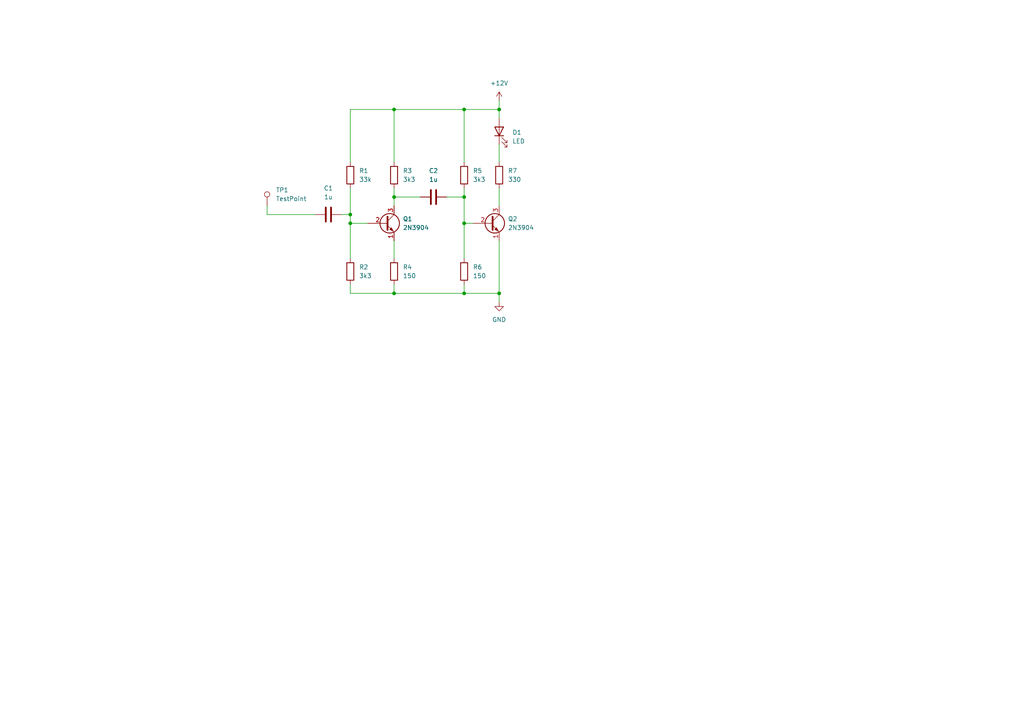
<source format=kicad_sch>
(kicad_sch (version 20230121) (generator eeschema)

  (uuid e848aafe-cb40-4ceb-a417-fb0a7e3e3a4c)

  (paper "A4")

  (lib_symbols
    (symbol "Connector:TestPoint" (pin_numbers hide) (pin_names (offset 0.762) hide) (in_bom yes) (on_board yes)
      (property "Reference" "TP" (at 0 6.858 0)
        (effects (font (size 1.27 1.27)))
      )
      (property "Value" "TestPoint" (at 0 5.08 0)
        (effects (font (size 1.27 1.27)))
      )
      (property "Footprint" "" (at 5.08 0 0)
        (effects (font (size 1.27 1.27)) hide)
      )
      (property "Datasheet" "~" (at 5.08 0 0)
        (effects (font (size 1.27 1.27)) hide)
      )
      (property "ki_keywords" "test point tp" (at 0 0 0)
        (effects (font (size 1.27 1.27)) hide)
      )
      (property "ki_description" "test point" (at 0 0 0)
        (effects (font (size 1.27 1.27)) hide)
      )
      (property "ki_fp_filters" "Pin* Test*" (at 0 0 0)
        (effects (font (size 1.27 1.27)) hide)
      )
      (symbol "TestPoint_0_1"
        (circle (center 0 3.302) (radius 0.762)
          (stroke (width 0) (type default))
          (fill (type none))
        )
      )
      (symbol "TestPoint_1_1"
        (pin passive line (at 0 0 90) (length 2.54)
          (name "1" (effects (font (size 1.27 1.27))))
          (number "1" (effects (font (size 1.27 1.27))))
        )
      )
    )
    (symbol "Device:C" (pin_numbers hide) (pin_names (offset 0.254)) (in_bom yes) (on_board yes)
      (property "Reference" "C" (at 0.635 2.54 0)
        (effects (font (size 1.27 1.27)) (justify left))
      )
      (property "Value" "C" (at 0.635 -2.54 0)
        (effects (font (size 1.27 1.27)) (justify left))
      )
      (property "Footprint" "" (at 0.9652 -3.81 0)
        (effects (font (size 1.27 1.27)) hide)
      )
      (property "Datasheet" "~" (at 0 0 0)
        (effects (font (size 1.27 1.27)) hide)
      )
      (property "ki_keywords" "cap capacitor" (at 0 0 0)
        (effects (font (size 1.27 1.27)) hide)
      )
      (property "ki_description" "Unpolarized capacitor" (at 0 0 0)
        (effects (font (size 1.27 1.27)) hide)
      )
      (property "ki_fp_filters" "C_*" (at 0 0 0)
        (effects (font (size 1.27 1.27)) hide)
      )
      (symbol "C_0_1"
        (polyline
          (pts
            (xy -2.032 -0.762)
            (xy 2.032 -0.762)
          )
          (stroke (width 0.508) (type default))
          (fill (type none))
        )
        (polyline
          (pts
            (xy -2.032 0.762)
            (xy 2.032 0.762)
          )
          (stroke (width 0.508) (type default))
          (fill (type none))
        )
      )
      (symbol "C_1_1"
        (pin passive line (at 0 3.81 270) (length 2.794)
          (name "~" (effects (font (size 1.27 1.27))))
          (number "1" (effects (font (size 1.27 1.27))))
        )
        (pin passive line (at 0 -3.81 90) (length 2.794)
          (name "~" (effects (font (size 1.27 1.27))))
          (number "2" (effects (font (size 1.27 1.27))))
        )
      )
    )
    (symbol "Device:LED" (pin_numbers hide) (pin_names (offset 1.016) hide) (in_bom yes) (on_board yes)
      (property "Reference" "D" (at 0 2.54 0)
        (effects (font (size 1.27 1.27)))
      )
      (property "Value" "LED" (at 0 -2.54 0)
        (effects (font (size 1.27 1.27)))
      )
      (property "Footprint" "" (at 0 0 0)
        (effects (font (size 1.27 1.27)) hide)
      )
      (property "Datasheet" "~" (at 0 0 0)
        (effects (font (size 1.27 1.27)) hide)
      )
      (property "ki_keywords" "LED diode" (at 0 0 0)
        (effects (font (size 1.27 1.27)) hide)
      )
      (property "ki_description" "Light emitting diode" (at 0 0 0)
        (effects (font (size 1.27 1.27)) hide)
      )
      (property "ki_fp_filters" "LED* LED_SMD:* LED_THT:*" (at 0 0 0)
        (effects (font (size 1.27 1.27)) hide)
      )
      (symbol "LED_0_1"
        (polyline
          (pts
            (xy -1.27 -1.27)
            (xy -1.27 1.27)
          )
          (stroke (width 0.254) (type default))
          (fill (type none))
        )
        (polyline
          (pts
            (xy -1.27 0)
            (xy 1.27 0)
          )
          (stroke (width 0) (type default))
          (fill (type none))
        )
        (polyline
          (pts
            (xy 1.27 -1.27)
            (xy 1.27 1.27)
            (xy -1.27 0)
            (xy 1.27 -1.27)
          )
          (stroke (width 0.254) (type default))
          (fill (type none))
        )
        (polyline
          (pts
            (xy -3.048 -0.762)
            (xy -4.572 -2.286)
            (xy -3.81 -2.286)
            (xy -4.572 -2.286)
            (xy -4.572 -1.524)
          )
          (stroke (width 0) (type default))
          (fill (type none))
        )
        (polyline
          (pts
            (xy -1.778 -0.762)
            (xy -3.302 -2.286)
            (xy -2.54 -2.286)
            (xy -3.302 -2.286)
            (xy -3.302 -1.524)
          )
          (stroke (width 0) (type default))
          (fill (type none))
        )
      )
      (symbol "LED_1_1"
        (pin passive line (at -3.81 0 0) (length 2.54)
          (name "K" (effects (font (size 1.27 1.27))))
          (number "1" (effects (font (size 1.27 1.27))))
        )
        (pin passive line (at 3.81 0 180) (length 2.54)
          (name "A" (effects (font (size 1.27 1.27))))
          (number "2" (effects (font (size 1.27 1.27))))
        )
      )
    )
    (symbol "Device:R" (pin_numbers hide) (pin_names (offset 0)) (in_bom yes) (on_board yes)
      (property "Reference" "R" (at 2.032 0 90)
        (effects (font (size 1.27 1.27)))
      )
      (property "Value" "R" (at 0 0 90)
        (effects (font (size 1.27 1.27)))
      )
      (property "Footprint" "" (at -1.778 0 90)
        (effects (font (size 1.27 1.27)) hide)
      )
      (property "Datasheet" "~" (at 0 0 0)
        (effects (font (size 1.27 1.27)) hide)
      )
      (property "ki_keywords" "R res resistor" (at 0 0 0)
        (effects (font (size 1.27 1.27)) hide)
      )
      (property "ki_description" "Resistor" (at 0 0 0)
        (effects (font (size 1.27 1.27)) hide)
      )
      (property "ki_fp_filters" "R_*" (at 0 0 0)
        (effects (font (size 1.27 1.27)) hide)
      )
      (symbol "R_0_1"
        (rectangle (start -1.016 -2.54) (end 1.016 2.54)
          (stroke (width 0.254) (type default))
          (fill (type none))
        )
      )
      (symbol "R_1_1"
        (pin passive line (at 0 3.81 270) (length 1.27)
          (name "~" (effects (font (size 1.27 1.27))))
          (number "1" (effects (font (size 1.27 1.27))))
        )
        (pin passive line (at 0 -3.81 90) (length 1.27)
          (name "~" (effects (font (size 1.27 1.27))))
          (number "2" (effects (font (size 1.27 1.27))))
        )
      )
    )
    (symbol "Transistor_BJT:2N3904" (pin_names (offset 0) hide) (in_bom yes) (on_board yes)
      (property "Reference" "Q" (at 5.08 1.905 0)
        (effects (font (size 1.27 1.27)) (justify left))
      )
      (property "Value" "2N3904" (at 5.08 0 0)
        (effects (font (size 1.27 1.27)) (justify left))
      )
      (property "Footprint" "Package_TO_SOT_THT:TO-92_Inline" (at 5.08 -1.905 0)
        (effects (font (size 1.27 1.27) italic) (justify left) hide)
      )
      (property "Datasheet" "https://www.onsemi.com/pub/Collateral/2N3903-D.PDF" (at 0 0 0)
        (effects (font (size 1.27 1.27)) (justify left) hide)
      )
      (property "ki_keywords" "NPN Transistor" (at 0 0 0)
        (effects (font (size 1.27 1.27)) hide)
      )
      (property "ki_description" "0.2A Ic, 40V Vce, Small Signal NPN Transistor, TO-92" (at 0 0 0)
        (effects (font (size 1.27 1.27)) hide)
      )
      (property "ki_fp_filters" "TO?92*" (at 0 0 0)
        (effects (font (size 1.27 1.27)) hide)
      )
      (symbol "2N3904_0_1"
        (polyline
          (pts
            (xy 0.635 0.635)
            (xy 2.54 2.54)
          )
          (stroke (width 0) (type default))
          (fill (type none))
        )
        (polyline
          (pts
            (xy 0.635 -0.635)
            (xy 2.54 -2.54)
            (xy 2.54 -2.54)
          )
          (stroke (width 0) (type default))
          (fill (type none))
        )
        (polyline
          (pts
            (xy 0.635 1.905)
            (xy 0.635 -1.905)
            (xy 0.635 -1.905)
          )
          (stroke (width 0.508) (type default))
          (fill (type none))
        )
        (polyline
          (pts
            (xy 1.27 -1.778)
            (xy 1.778 -1.27)
            (xy 2.286 -2.286)
            (xy 1.27 -1.778)
            (xy 1.27 -1.778)
          )
          (stroke (width 0) (type default))
          (fill (type outline))
        )
        (circle (center 1.27 0) (radius 2.8194)
          (stroke (width 0.254) (type default))
          (fill (type none))
        )
      )
      (symbol "2N3904_1_1"
        (pin passive line (at 2.54 -5.08 90) (length 2.54)
          (name "E" (effects (font (size 1.27 1.27))))
          (number "1" (effects (font (size 1.27 1.27))))
        )
        (pin passive line (at -5.08 0 0) (length 5.715)
          (name "B" (effects (font (size 1.27 1.27))))
          (number "2" (effects (font (size 1.27 1.27))))
        )
        (pin passive line (at 2.54 5.08 270) (length 2.54)
          (name "C" (effects (font (size 1.27 1.27))))
          (number "3" (effects (font (size 1.27 1.27))))
        )
      )
    )
    (symbol "power:+12V" (power) (pin_names (offset 0)) (in_bom yes) (on_board yes)
      (property "Reference" "#PWR" (at 0 -3.81 0)
        (effects (font (size 1.27 1.27)) hide)
      )
      (property "Value" "+12V" (at 0 3.556 0)
        (effects (font (size 1.27 1.27)))
      )
      (property "Footprint" "" (at 0 0 0)
        (effects (font (size 1.27 1.27)) hide)
      )
      (property "Datasheet" "" (at 0 0 0)
        (effects (font (size 1.27 1.27)) hide)
      )
      (property "ki_keywords" "global power" (at 0 0 0)
        (effects (font (size 1.27 1.27)) hide)
      )
      (property "ki_description" "Power symbol creates a global label with name \"+12V\"" (at 0 0 0)
        (effects (font (size 1.27 1.27)) hide)
      )
      (symbol "+12V_0_1"
        (polyline
          (pts
            (xy -0.762 1.27)
            (xy 0 2.54)
          )
          (stroke (width 0) (type default))
          (fill (type none))
        )
        (polyline
          (pts
            (xy 0 0)
            (xy 0 2.54)
          )
          (stroke (width 0) (type default))
          (fill (type none))
        )
        (polyline
          (pts
            (xy 0 2.54)
            (xy 0.762 1.27)
          )
          (stroke (width 0) (type default))
          (fill (type none))
        )
      )
      (symbol "+12V_1_1"
        (pin power_in line (at 0 0 90) (length 0) hide
          (name "+12V" (effects (font (size 1.27 1.27))))
          (number "1" (effects (font (size 1.27 1.27))))
        )
      )
    )
    (symbol "power:GND" (power) (pin_names (offset 0)) (in_bom yes) (on_board yes)
      (property "Reference" "#PWR" (at 0 -6.35 0)
        (effects (font (size 1.27 1.27)) hide)
      )
      (property "Value" "GND" (at 0 -3.81 0)
        (effects (font (size 1.27 1.27)))
      )
      (property "Footprint" "" (at 0 0 0)
        (effects (font (size 1.27 1.27)) hide)
      )
      (property "Datasheet" "" (at 0 0 0)
        (effects (font (size 1.27 1.27)) hide)
      )
      (property "ki_keywords" "global power" (at 0 0 0)
        (effects (font (size 1.27 1.27)) hide)
      )
      (property "ki_description" "Power symbol creates a global label with name \"GND\" , ground" (at 0 0 0)
        (effects (font (size 1.27 1.27)) hide)
      )
      (symbol "GND_0_1"
        (polyline
          (pts
            (xy 0 0)
            (xy 0 -1.27)
            (xy 1.27 -1.27)
            (xy 0 -2.54)
            (xy -1.27 -1.27)
            (xy 0 -1.27)
          )
          (stroke (width 0) (type default))
          (fill (type none))
        )
      )
      (symbol "GND_1_1"
        (pin power_in line (at 0 0 270) (length 0) hide
          (name "GND" (effects (font (size 1.27 1.27))))
          (number "1" (effects (font (size 1.27 1.27))))
        )
      )
    )
  )

  (junction (at 101.6 62.23) (diameter 0) (color 0 0 0 0)
    (uuid 040ca3c5-b5df-4d54-b25d-a47e83634241)
  )
  (junction (at 114.3 85.09) (diameter 0) (color 0 0 0 0)
    (uuid 0aa94ffc-f1e8-4a11-b716-77cf4c813add)
  )
  (junction (at 144.78 85.09) (diameter 0) (color 0 0 0 0)
    (uuid 298b8892-0d57-4fce-a83e-92d9b11743b0)
  )
  (junction (at 114.3 31.75) (diameter 0) (color 0 0 0 0)
    (uuid 2c5183f0-8346-4696-99b7-2ef65a0b4180)
  )
  (junction (at 144.78 31.75) (diameter 0) (color 0 0 0 0)
    (uuid 376c1216-4457-4346-996a-85223335c069)
  )
  (junction (at 114.3 57.15) (diameter 0) (color 0 0 0 0)
    (uuid 5b4c4fd4-27c6-4c50-8654-8f6648eb6210)
  )
  (junction (at 134.62 85.09) (diameter 0) (color 0 0 0 0)
    (uuid 83b1fabe-e7be-4918-b2b5-01cba78d5439)
  )
  (junction (at 134.62 64.77) (diameter 0) (color 0 0 0 0)
    (uuid b53afc00-0bf4-4c5a-a307-eb7e11fb689b)
  )
  (junction (at 134.62 31.75) (diameter 0) (color 0 0 0 0)
    (uuid bad5b83c-3e37-4df8-8851-2312dbb230f0)
  )
  (junction (at 101.6 64.77) (diameter 0) (color 0 0 0 0)
    (uuid e9097f2d-9b50-4091-acf6-7eae6c22d23b)
  )
  (junction (at 134.62 57.15) (diameter 0) (color 0 0 0 0)
    (uuid fac609d2-529c-47c8-8f16-24275d2638f6)
  )

  (wire (pts (xy 144.78 29.21) (xy 144.78 31.75))
    (stroke (width 0) (type default))
    (uuid 106dc722-fac0-4a64-b3b9-77592e7283e7)
  )
  (wire (pts (xy 144.78 34.29) (xy 144.78 31.75))
    (stroke (width 0) (type default))
    (uuid 10bdb2c8-e6ce-4651-99c4-400280edb2e9)
  )
  (wire (pts (xy 144.78 31.75) (xy 134.62 31.75))
    (stroke (width 0) (type default))
    (uuid 1e733506-9faa-4e0b-b6d9-502421aeb707)
  )
  (wire (pts (xy 114.3 31.75) (xy 101.6 31.75))
    (stroke (width 0) (type default))
    (uuid 27034475-ae1f-4e9d-9464-5c79da1e509b)
  )
  (wire (pts (xy 101.6 64.77) (xy 106.68 64.77))
    (stroke (width 0) (type default))
    (uuid 32144758-6448-40b9-a85b-2f9e12314c57)
  )
  (wire (pts (xy 134.62 85.09) (xy 134.62 82.55))
    (stroke (width 0) (type default))
    (uuid 35299412-9d37-4b26-b6dd-50325f02e705)
  )
  (wire (pts (xy 144.78 85.09) (xy 134.62 85.09))
    (stroke (width 0) (type default))
    (uuid 3cb79148-5e60-4cec-af2f-7aca280c55fd)
  )
  (wire (pts (xy 101.6 62.23) (xy 101.6 64.77))
    (stroke (width 0) (type default))
    (uuid 40f782cc-dc5b-433d-b3b2-9c690cdd31f9)
  )
  (wire (pts (xy 114.3 31.75) (xy 114.3 46.99))
    (stroke (width 0) (type default))
    (uuid 412cdd1f-96f1-44f3-8b9f-2d0d0ec1e8a3)
  )
  (wire (pts (xy 101.6 54.61) (xy 101.6 62.23))
    (stroke (width 0) (type default))
    (uuid 4412dcd7-2570-4963-90e9-2ec525656e12)
  )
  (wire (pts (xy 144.78 54.61) (xy 144.78 59.69))
    (stroke (width 0) (type default))
    (uuid 580f7c6f-0798-45d6-b178-1ba09da5554c)
  )
  (wire (pts (xy 134.62 57.15) (xy 134.62 64.77))
    (stroke (width 0) (type default))
    (uuid 594aca0c-22b1-4934-8b9a-82a4a0ddfd14)
  )
  (wire (pts (xy 101.6 82.55) (xy 101.6 85.09))
    (stroke (width 0) (type default))
    (uuid 5b24a3c4-b36a-48e9-ba60-bc4e47d2c079)
  )
  (wire (pts (xy 144.78 41.91) (xy 144.78 46.99))
    (stroke (width 0) (type default))
    (uuid 6390e353-ebd2-49d5-b9b2-7c5da6538aee)
  )
  (wire (pts (xy 134.62 54.61) (xy 134.62 57.15))
    (stroke (width 0) (type default))
    (uuid 6f8b6048-9ca0-4a34-80f5-0bd21fd988bb)
  )
  (wire (pts (xy 134.62 31.75) (xy 134.62 46.99))
    (stroke (width 0) (type default))
    (uuid 7246cf18-f9d9-492b-85e2-0a71a70c6af3)
  )
  (wire (pts (xy 99.06 62.23) (xy 101.6 62.23))
    (stroke (width 0) (type default))
    (uuid 746768f0-4989-417b-84b1-f8748ea79310)
  )
  (wire (pts (xy 129.54 57.15) (xy 134.62 57.15))
    (stroke (width 0) (type default))
    (uuid 894f5315-e181-48fa-bbe6-9b902da83e37)
  )
  (wire (pts (xy 134.62 31.75) (xy 114.3 31.75))
    (stroke (width 0) (type default))
    (uuid 8a95e260-63c8-4b3d-a30b-e4e9ed0c09a7)
  )
  (wire (pts (xy 144.78 85.09) (xy 144.78 87.63))
    (stroke (width 0) (type default))
    (uuid 8fa2d519-e89c-4438-944a-107aaca1f85b)
  )
  (wire (pts (xy 134.62 64.77) (xy 137.16 64.77))
    (stroke (width 0) (type default))
    (uuid a6e46e2f-ea38-4ceb-852c-ebcc0ef71560)
  )
  (wire (pts (xy 77.47 62.23) (xy 91.44 62.23))
    (stroke (width 0) (type default))
    (uuid ad9c25dc-782f-4368-96c7-feeb3cdf313a)
  )
  (wire (pts (xy 134.62 64.77) (xy 134.62 74.93))
    (stroke (width 0) (type default))
    (uuid b02004f9-4d61-420e-bfc1-6ed1407ab6cc)
  )
  (wire (pts (xy 114.3 57.15) (xy 114.3 59.69))
    (stroke (width 0) (type default))
    (uuid ba35f90f-0ef8-4666-94fb-dc83256fdf03)
  )
  (wire (pts (xy 101.6 64.77) (xy 101.6 74.93))
    (stroke (width 0) (type default))
    (uuid cd0c3d6b-c5d6-4fc0-bd93-79f8f7f6128d)
  )
  (wire (pts (xy 101.6 85.09) (xy 114.3 85.09))
    (stroke (width 0) (type default))
    (uuid cfe28022-56be-4a44-81ee-38928dd7cead)
  )
  (wire (pts (xy 144.78 69.85) (xy 144.78 85.09))
    (stroke (width 0) (type default))
    (uuid d3997ade-5393-4aca-b095-e436bf356007)
  )
  (wire (pts (xy 101.6 31.75) (xy 101.6 46.99))
    (stroke (width 0) (type default))
    (uuid d40d8816-2d54-4fb0-ae77-ba3e18cf6285)
  )
  (wire (pts (xy 77.47 59.69) (xy 77.47 62.23))
    (stroke (width 0) (type default))
    (uuid d77e5565-f7fe-4815-96f4-401cc8a74417)
  )
  (wire (pts (xy 114.3 57.15) (xy 121.92 57.15))
    (stroke (width 0) (type default))
    (uuid dd9ab68c-ce7e-4963-9357-8cf5234d5f52)
  )
  (wire (pts (xy 114.3 85.09) (xy 134.62 85.09))
    (stroke (width 0) (type default))
    (uuid e7dd3748-65ab-4ea2-ac27-425ad43dc6e9)
  )
  (wire (pts (xy 114.3 54.61) (xy 114.3 57.15))
    (stroke (width 0) (type default))
    (uuid e7f49677-e65e-4fb4-9f3e-a96511929368)
  )
  (wire (pts (xy 114.3 82.55) (xy 114.3 85.09))
    (stroke (width 0) (type default))
    (uuid e96c3350-b52b-4e25-ba39-eb696cf0db84)
  )
  (wire (pts (xy 114.3 69.85) (xy 114.3 74.93))
    (stroke (width 0) (type default))
    (uuid ff783271-be0d-42da-b91e-f79892abf148)
  )

  (symbol (lib_id "Device:R") (at 101.6 78.74 0) (unit 1)
    (in_bom yes) (on_board yes) (dnp no) (fields_autoplaced)
    (uuid 0683f082-9383-4c2f-8a0b-11a42d483728)
    (property "Reference" "R2" (at 104.14 77.47 0)
      (effects (font (size 1.27 1.27)) (justify left))
    )
    (property "Value" "3k3" (at 104.14 80.01 0)
      (effects (font (size 1.27 1.27)) (justify left))
    )
    (property "Footprint" "Resistor_THT:R_Axial_DIN0309_L9.0mm_D3.2mm_P12.70mm_Horizontal" (at 99.822 78.74 90)
      (effects (font (size 1.27 1.27)) hide)
    )
    (property "Datasheet" "~" (at 101.6 78.74 0)
      (effects (font (size 1.27 1.27)) hide)
    )
    (pin "2" (uuid c0a977ab-5113-435b-9a70-5c226f9b1477))
    (pin "1" (uuid 5b00ef91-1602-468c-b60f-fca15f796c1f))
    (instances
      (project "hiphopled"
        (path "/e848aafe-cb40-4ceb-a417-fb0a7e3e3a4c"
          (reference "R2") (unit 1)
        )
      )
    )
  )

  (symbol (lib_id "Device:R") (at 134.62 50.8 0) (unit 1)
    (in_bom yes) (on_board yes) (dnp no) (fields_autoplaced)
    (uuid 15f226f5-cec7-4aae-aa27-436023d2b8a5)
    (property "Reference" "R5" (at 137.16 49.53 0)
      (effects (font (size 1.27 1.27)) (justify left))
    )
    (property "Value" "3k3" (at 137.16 52.07 0)
      (effects (font (size 1.27 1.27)) (justify left))
    )
    (property "Footprint" "Resistor_THT:R_Axial_DIN0309_L9.0mm_D3.2mm_P12.70mm_Horizontal" (at 132.842 50.8 90)
      (effects (font (size 1.27 1.27)) hide)
    )
    (property "Datasheet" "~" (at 134.62 50.8 0)
      (effects (font (size 1.27 1.27)) hide)
    )
    (pin "2" (uuid c0a977ab-5113-435b-9a70-5c226f9b1477))
    (pin "1" (uuid 5b00ef91-1602-468c-b60f-fca15f796c1f))
    (instances
      (project "hiphopled"
        (path "/e848aafe-cb40-4ceb-a417-fb0a7e3e3a4c"
          (reference "R5") (unit 1)
        )
      )
    )
  )

  (symbol (lib_id "Device:R") (at 144.78 50.8 0) (unit 1)
    (in_bom yes) (on_board yes) (dnp no) (fields_autoplaced)
    (uuid 2326dd65-8736-4745-8a18-6477caef15bb)
    (property "Reference" "R7" (at 147.32 49.53 0)
      (effects (font (size 1.27 1.27)) (justify left))
    )
    (property "Value" "330" (at 147.32 52.07 0)
      (effects (font (size 1.27 1.27)) (justify left))
    )
    (property "Footprint" "Resistor_THT:R_Axial_DIN0309_L9.0mm_D3.2mm_P12.70mm_Horizontal" (at 143.002 50.8 90)
      (effects (font (size 1.27 1.27)) hide)
    )
    (property "Datasheet" "~" (at 144.78 50.8 0)
      (effects (font (size 1.27 1.27)) hide)
    )
    (pin "2" (uuid c0a977ab-5113-435b-9a70-5c226f9b1477))
    (pin "1" (uuid 5b00ef91-1602-468c-b60f-fca15f796c1f))
    (instances
      (project "hiphopled"
        (path "/e848aafe-cb40-4ceb-a417-fb0a7e3e3a4c"
          (reference "R7") (unit 1)
        )
      )
    )
  )

  (symbol (lib_id "Connector:TestPoint") (at 77.47 59.69 0) (unit 1)
    (in_bom yes) (on_board yes) (dnp no) (fields_autoplaced)
    (uuid 30e0bb82-9f73-44f2-821b-bba2fef78418)
    (property "Reference" "TP1" (at 80.01 55.118 0)
      (effects (font (size 1.27 1.27)) (justify left))
    )
    (property "Value" "TestPoint" (at 80.01 57.658 0)
      (effects (font (size 1.27 1.27)) (justify left))
    )
    (property "Footprint" "TestPoint:TestPoint_Pad_2.5x2.5mm" (at 82.55 59.69 0)
      (effects (font (size 1.27 1.27)) hide)
    )
    (property "Datasheet" "~" (at 82.55 59.69 0)
      (effects (font (size 1.27 1.27)) hide)
    )
    (pin "1" (uuid 676da6e2-c743-46c0-bccd-19a7fa757ccf))
    (instances
      (project "hiphopled"
        (path "/e848aafe-cb40-4ceb-a417-fb0a7e3e3a4c"
          (reference "TP1") (unit 1)
        )
      )
    )
  )

  (symbol (lib_id "Transistor_BJT:2N3904") (at 111.76 64.77 0) (unit 1)
    (in_bom yes) (on_board yes) (dnp no) (fields_autoplaced)
    (uuid 467c8d62-cbd6-4121-9116-7b30158613a0)
    (property "Reference" "Q1" (at 116.84 63.5 0)
      (effects (font (size 1.27 1.27)) (justify left))
    )
    (property "Value" "2N3904" (at 116.84 66.04 0)
      (effects (font (size 1.27 1.27)) (justify left))
    )
    (property "Footprint" "Package_TO_SOT_THT:TO-92L_Wide" (at 116.84 66.675 0)
      (effects (font (size 1.27 1.27) italic) (justify left) hide)
    )
    (property "Datasheet" "https://www.onsemi.com/pub/Collateral/2N3903-D.PDF" (at 111.76 64.77 0)
      (effects (font (size 1.27 1.27)) (justify left) hide)
    )
    (pin "1" (uuid af1c6023-43e9-45fd-8dc1-633dd8c61ab6))
    (pin "2" (uuid 31f972c2-9575-43c7-8775-f8586346f02c))
    (pin "3" (uuid 553370ef-277b-4652-bd81-48ba374c51e8))
    (instances
      (project "hiphopled"
        (path "/e848aafe-cb40-4ceb-a417-fb0a7e3e3a4c"
          (reference "Q1") (unit 1)
        )
      )
    )
  )

  (symbol (lib_id "power:+12V") (at 144.78 29.21 0) (unit 1)
    (in_bom yes) (on_board yes) (dnp no) (fields_autoplaced)
    (uuid 5896681f-1be0-4ffb-adaf-97cbb43130c3)
    (property "Reference" "#PWR02" (at 144.78 33.02 0)
      (effects (font (size 1.27 1.27)) hide)
    )
    (property "Value" "+12V" (at 144.78 24.13 0)
      (effects (font (size 1.27 1.27)))
    )
    (property "Footprint" "" (at 144.78 29.21 0)
      (effects (font (size 1.27 1.27)) hide)
    )
    (property "Datasheet" "" (at 144.78 29.21 0)
      (effects (font (size 1.27 1.27)) hide)
    )
    (pin "1" (uuid cce108d8-7582-4a05-9307-e7d48e060ace))
    (instances
      (project "hiphopled"
        (path "/e848aafe-cb40-4ceb-a417-fb0a7e3e3a4c"
          (reference "#PWR02") (unit 1)
        )
      )
    )
  )

  (symbol (lib_id "Device:R") (at 101.6 50.8 0) (unit 1)
    (in_bom yes) (on_board yes) (dnp no) (fields_autoplaced)
    (uuid 713699b5-3586-46c9-bc32-66d831dfacc5)
    (property "Reference" "R1" (at 104.14 49.53 0)
      (effects (font (size 1.27 1.27)) (justify left))
    )
    (property "Value" "33k" (at 104.14 52.07 0)
      (effects (font (size 1.27 1.27)) (justify left))
    )
    (property "Footprint" "Resistor_THT:R_Axial_DIN0309_L9.0mm_D3.2mm_P12.70mm_Horizontal" (at 99.822 50.8 90)
      (effects (font (size 1.27 1.27)) hide)
    )
    (property "Datasheet" "~" (at 101.6 50.8 0)
      (effects (font (size 1.27 1.27)) hide)
    )
    (pin "2" (uuid c0a977ab-5113-435b-9a70-5c226f9b1477))
    (pin "1" (uuid 5b00ef91-1602-468c-b60f-fca15f796c1f))
    (instances
      (project "hiphopled"
        (path "/e848aafe-cb40-4ceb-a417-fb0a7e3e3a4c"
          (reference "R1") (unit 1)
        )
      )
    )
  )

  (symbol (lib_id "Device:R") (at 114.3 78.74 0) (unit 1)
    (in_bom yes) (on_board yes) (dnp no) (fields_autoplaced)
    (uuid 9255bc00-19ca-41a3-aee3-9de72d57219d)
    (property "Reference" "R4" (at 116.84 77.47 0)
      (effects (font (size 1.27 1.27)) (justify left))
    )
    (property "Value" "150" (at 116.84 80.01 0)
      (effects (font (size 1.27 1.27)) (justify left))
    )
    (property "Footprint" "Resistor_THT:R_Axial_DIN0309_L9.0mm_D3.2mm_P12.70mm_Horizontal" (at 112.522 78.74 90)
      (effects (font (size 1.27 1.27)) hide)
    )
    (property "Datasheet" "~" (at 114.3 78.74 0)
      (effects (font (size 1.27 1.27)) hide)
    )
    (pin "2" (uuid c0a977ab-5113-435b-9a70-5c226f9b1477))
    (pin "1" (uuid 5b00ef91-1602-468c-b60f-fca15f796c1f))
    (instances
      (project "hiphopled"
        (path "/e848aafe-cb40-4ceb-a417-fb0a7e3e3a4c"
          (reference "R4") (unit 1)
        )
      )
    )
  )

  (symbol (lib_id "Device:C") (at 95.25 62.23 90) (unit 1)
    (in_bom yes) (on_board yes) (dnp no) (fields_autoplaced)
    (uuid bbcc18bd-5ded-43b7-aa2e-facd89dae405)
    (property "Reference" "C1" (at 95.25 54.61 90)
      (effects (font (size 1.27 1.27)))
    )
    (property "Value" "1u" (at 95.25 57.15 90)
      (effects (font (size 1.27 1.27)))
    )
    (property "Footprint" "Capacitor_THT:C_Axial_L3.8mm_D2.6mm_P7.50mm_Horizontal" (at 99.06 61.2648 0)
      (effects (font (size 1.27 1.27)) hide)
    )
    (property "Datasheet" "~" (at 95.25 62.23 0)
      (effects (font (size 1.27 1.27)) hide)
    )
    (pin "2" (uuid b68c4f8c-d50c-49f2-8abe-e2eea92e5ff7))
    (pin "1" (uuid 332a488b-eb64-4e18-a733-aea81ca7ce2b))
    (instances
      (project "hiphopled"
        (path "/e848aafe-cb40-4ceb-a417-fb0a7e3e3a4c"
          (reference "C1") (unit 1)
        )
      )
    )
  )

  (symbol (lib_id "power:GND") (at 144.78 87.63 0) (unit 1)
    (in_bom yes) (on_board yes) (dnp no) (fields_autoplaced)
    (uuid c0a05357-9844-45a1-9648-8172693c846c)
    (property "Reference" "#PWR01" (at 144.78 93.98 0)
      (effects (font (size 1.27 1.27)) hide)
    )
    (property "Value" "GND" (at 144.78 92.71 0)
      (effects (font (size 1.27 1.27)))
    )
    (property "Footprint" "" (at 144.78 87.63 0)
      (effects (font (size 1.27 1.27)) hide)
    )
    (property "Datasheet" "" (at 144.78 87.63 0)
      (effects (font (size 1.27 1.27)) hide)
    )
    (pin "1" (uuid 5d608144-a20e-44d7-8875-ebb2b647ab36))
    (instances
      (project "hiphopled"
        (path "/e848aafe-cb40-4ceb-a417-fb0a7e3e3a4c"
          (reference "#PWR01") (unit 1)
        )
      )
    )
  )

  (symbol (lib_id "Transistor_BJT:2N3904") (at 142.24 64.77 0) (unit 1)
    (in_bom yes) (on_board yes) (dnp no) (fields_autoplaced)
    (uuid d05f77ad-0097-4d4c-96b1-260e8e556d35)
    (property "Reference" "Q2" (at 147.32 63.5 0)
      (effects (font (size 1.27 1.27)) (justify left))
    )
    (property "Value" "2N3904" (at 147.32 66.04 0)
      (effects (font (size 1.27 1.27)) (justify left))
    )
    (property "Footprint" "Package_TO_SOT_THT:TO-92L_Wide" (at 147.32 66.675 0)
      (effects (font (size 1.27 1.27) italic) (justify left) hide)
    )
    (property "Datasheet" "https://www.onsemi.com/pub/Collateral/2N3903-D.PDF" (at 142.24 64.77 0)
      (effects (font (size 1.27 1.27)) (justify left) hide)
    )
    (pin "1" (uuid af1c6023-43e9-45fd-8dc1-633dd8c61ab6))
    (pin "2" (uuid 31f972c2-9575-43c7-8775-f8586346f02c))
    (pin "3" (uuid 553370ef-277b-4652-bd81-48ba374c51e8))
    (instances
      (project "hiphopled"
        (path "/e848aafe-cb40-4ceb-a417-fb0a7e3e3a4c"
          (reference "Q2") (unit 1)
        )
      )
    )
  )

  (symbol (lib_id "Device:C") (at 125.73 57.15 90) (unit 1)
    (in_bom yes) (on_board yes) (dnp no) (fields_autoplaced)
    (uuid d771602f-9a57-4d1a-95fb-ea408fe3bb34)
    (property "Reference" "C2" (at 125.73 49.53 90)
      (effects (font (size 1.27 1.27)))
    )
    (property "Value" "1u" (at 125.73 52.07 90)
      (effects (font (size 1.27 1.27)))
    )
    (property "Footprint" "Capacitor_THT:C_Axial_L3.8mm_D2.6mm_P7.50mm_Horizontal" (at 129.54 56.1848 0)
      (effects (font (size 1.27 1.27)) hide)
    )
    (property "Datasheet" "~" (at 125.73 57.15 0)
      (effects (font (size 1.27 1.27)) hide)
    )
    (pin "2" (uuid b68c4f8c-d50c-49f2-8abe-e2eea92e5ff7))
    (pin "1" (uuid 332a488b-eb64-4e18-a733-aea81ca7ce2b))
    (instances
      (project "hiphopled"
        (path "/e848aafe-cb40-4ceb-a417-fb0a7e3e3a4c"
          (reference "C2") (unit 1)
        )
      )
    )
  )

  (symbol (lib_id "Device:LED") (at 144.78 38.1 90) (unit 1)
    (in_bom yes) (on_board yes) (dnp no) (fields_autoplaced)
    (uuid ecd725cf-3629-4f00-ae40-19156a9f3554)
    (property "Reference" "D1" (at 148.59 38.4175 90)
      (effects (font (size 1.27 1.27)) (justify right))
    )
    (property "Value" "LED" (at 148.59 40.9575 90)
      (effects (font (size 1.27 1.27)) (justify right))
    )
    (property "Footprint" "LED_THT:LED_D8.0mm" (at 144.78 38.1 0)
      (effects (font (size 1.27 1.27)) hide)
    )
    (property "Datasheet" "~" (at 144.78 38.1 0)
      (effects (font (size 1.27 1.27)) hide)
    )
    (pin "2" (uuid 4deacc4f-8a1f-45c2-8e03-e3de9112631e))
    (pin "1" (uuid 7ba049da-2f26-4635-9b3d-5879e3cba727))
    (instances
      (project "hiphopled"
        (path "/e848aafe-cb40-4ceb-a417-fb0a7e3e3a4c"
          (reference "D1") (unit 1)
        )
      )
    )
  )

  (symbol (lib_id "Device:R") (at 134.62 78.74 0) (unit 1)
    (in_bom yes) (on_board yes) (dnp no) (fields_autoplaced)
    (uuid f54a1550-7bb1-4d82-bbed-6cc4fd5f1682)
    (property "Reference" "R6" (at 137.16 77.47 0)
      (effects (font (size 1.27 1.27)) (justify left))
    )
    (property "Value" "150" (at 137.16 80.01 0)
      (effects (font (size 1.27 1.27)) (justify left))
    )
    (property "Footprint" "Resistor_THT:R_Axial_DIN0309_L9.0mm_D3.2mm_P12.70mm_Horizontal" (at 132.842 78.74 90)
      (effects (font (size 1.27 1.27)) hide)
    )
    (property "Datasheet" "~" (at 134.62 78.74 0)
      (effects (font (size 1.27 1.27)) hide)
    )
    (pin "2" (uuid c0a977ab-5113-435b-9a70-5c226f9b1477))
    (pin "1" (uuid 5b00ef91-1602-468c-b60f-fca15f796c1f))
    (instances
      (project "hiphopled"
        (path "/e848aafe-cb40-4ceb-a417-fb0a7e3e3a4c"
          (reference "R6") (unit 1)
        )
      )
    )
  )

  (symbol (lib_id "Device:R") (at 114.3 50.8 0) (unit 1)
    (in_bom yes) (on_board yes) (dnp no) (fields_autoplaced)
    (uuid fc1045a4-0913-4d9c-a7f4-8dc61e275385)
    (property "Reference" "R3" (at 116.84 49.53 0)
      (effects (font (size 1.27 1.27)) (justify left))
    )
    (property "Value" "3k3" (at 116.84 52.07 0)
      (effects (font (size 1.27 1.27)) (justify left))
    )
    (property "Footprint" "Resistor_THT:R_Axial_DIN0309_L9.0mm_D3.2mm_P12.70mm_Horizontal" (at 112.522 50.8 90)
      (effects (font (size 1.27 1.27)) hide)
    )
    (property "Datasheet" "~" (at 114.3 50.8 0)
      (effects (font (size 1.27 1.27)) hide)
    )
    (pin "2" (uuid c0a977ab-5113-435b-9a70-5c226f9b1477))
    (pin "1" (uuid 5b00ef91-1602-468c-b60f-fca15f796c1f))
    (instances
      (project "hiphopled"
        (path "/e848aafe-cb40-4ceb-a417-fb0a7e3e3a4c"
          (reference "R3") (unit 1)
        )
      )
    )
  )

  (sheet_instances
    (path "/" (page "1"))
  )
)

</source>
